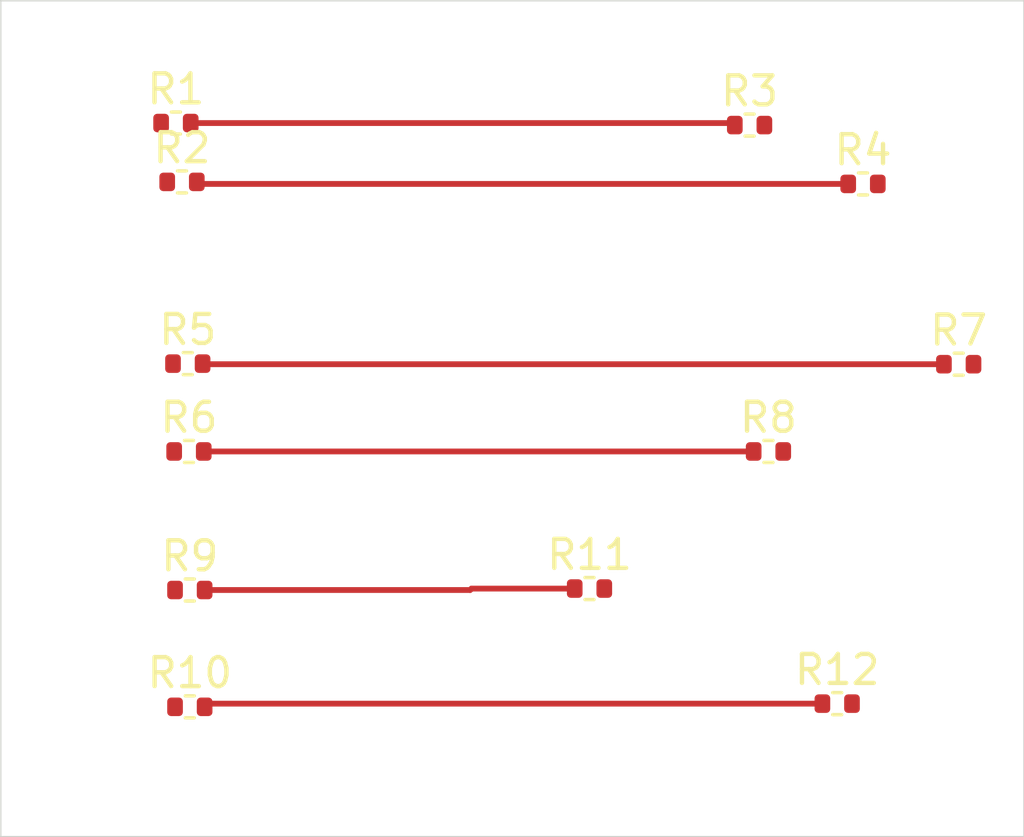
<source format=kicad_pcb>
(kicad_pcb (version 20240706) (generator "pcbnew") (generator_version "8.99")
  (layers (0 "F.Cu" signal) (31 "B.Cu" signal) (34 "B.Paste" user) (35 "F.Paste" user) (36 "B.SilkS" user "B.Silkscreen") (37 "F.SilkS" user "F.Silkscreen") (38 "B.Mask" user) (39 "F.Mask" user) (44 "Edge.Cuts" user))
  (net 0 "")
  (net 2 "/NET_1")
  (net 4 "/NET_2")
  (net 11 "/NET_3P")
  (net 12 "/NET_3N")
  (net 13 "/NET_4+")
  (net 16 "/NET_4-")
  (footprint "Resistor_SMD:R_0402_1005Metric" (layer "F.Cu") (at 98.25 78.66)
    (property "Reference" "R4" (at 0 -1.17 0) (layer "F.SilkS"))
    (property "Value" "R")
    (fp_line (start -0.153641 -0.38) (end 0.153641 -0.38) (stroke (width 0.12)) (layer "F.SilkS"))
    (fp_line (start -0.153641 0.38) (end 0.153641 0.38) (stroke (width 0.12)) (layer "F.SilkS"))
    (pad "1" smd roundrect (at -0.51 0) (size 0.54 0.64) (layers "F.Cu" "F.Paste" "F.Mask") (net 4 "/NET_2"))
    (pad "2" smd roundrect (at 0.51 0) (size 0.54 0.64) (layers "F.Cu" "F.Paste" "F.Mask"))
  )
  (footprint "Resistor_SMD:R_0402_1005Metric" (layer "F.Cu") (at 94.99 87.89)
    (property "Reference" "R8" (at 0 -1.17 0) (layer "F.SilkS"))
    (property "Value" "R")
    (fp_line (start -0.153641 -0.38) (end 0.153641 -0.38) (stroke (width 0.12)) (layer "F.SilkS"))
    (fp_line (start -0.153641 0.38) (end 0.153641 0.38) (stroke (width 0.12)) (layer "F.SilkS"))
    (pad "1" smd roundrect (at -0.51 0) (size 0.54 0.64) (layers "F.Cu" "F.Paste" "F.Mask") (net 12 "/NET_3N"))
    (pad "2" smd roundrect (at 0.51 0) (size 0.54 0.64) (layers "F.Cu" "F.Paste" "F.Mask"))
  )
  (footprint "Resistor_SMD:R_0402_1005Metric" (layer "F.Cu") (at 74.97 84.86)
    (property "Reference" "R5" (at 0 -1.17 0) (layer "F.SilkS"))
    (property "Value" "R")
    (fp_line (start -0.153641 -0.38) (end 0.153641 -0.38) (stroke (width 0.12)) (layer "F.SilkS"))
    (fp_line (start -0.153641 0.38) (end 0.153641 0.38) (stroke (width 0.12)) (layer "F.SilkS"))
    (pad "1" smd roundrect (at -0.51 0) (size 0.54 0.64) (layers "F.Cu" "F.Paste" "F.Mask"))
    (pad "2" smd roundrect (at 0.51 0) (size 0.54 0.64) (layers "F.Cu" "F.Paste" "F.Mask") (net 11 "/NET_3P"))
  )
  (footprint "Resistor_SMD:R_0402_1005Metric" (layer "F.Cu") (at 74.77 78.59)
    (property "Reference" "R2" (at 0 -1.17 0) (layer "F.SilkS"))
    (property "Value" "R")
    (fp_line (start -0.153641 -0.38) (end 0.153641 -0.38) (stroke (width 0.12)) (layer "F.SilkS"))
    (fp_line (start -0.153641 0.38) (end 0.153641 0.38) (stroke (width 0.12)) (layer "F.SilkS"))
    (pad "1" smd roundrect (at -0.51 0) (size 0.54 0.64) (layers "F.Cu" "F.Paste" "F.Mask"))
    (pad "2" smd roundrect (at 0.51 0) (size 0.54 0.64) (layers "F.Cu" "F.Paste" "F.Mask") (net 4 "/NET_2"))
  )
  (footprint "Resistor_SMD:R_0402_1005Metric" (layer "F.Cu") (at 101.55 84.88)
    (property "Reference" "R7" (at 0 -1.17 0) (layer "F.SilkS"))
    (property "Value" "R")
    (fp_line (start -0.153641 -0.38) (end 0.153641 -0.38) (stroke (width 0.12)) (layer "F.SilkS"))
    (fp_line (start -0.153641 0.38) (end 0.153641 0.38) (stroke (width 0.12)) (layer "F.SilkS"))
    (pad "1" smd roundrect (at -0.51 0) (size 0.54 0.64) (layers "F.Cu" "F.Paste" "F.Mask") (net 11 "/NET_3P"))
    (pad "2" smd roundrect (at 0.51 0) (size 0.54 0.64) (layers "F.Cu" "F.Paste" "F.Mask"))
  )
  (footprint "Resistor_SMD:R_0402_1005Metric" (layer "F.Cu") (at 94.34 76.63)
    (property "Reference" "R3" (at 0 -1.17 0) (layer "F.SilkS"))
    (property "Value" "R")
    (fp_line (start -0.153641 -0.38) (end 0.153641 -0.38) (stroke (width 0.12)) (layer "F.SilkS"))
    (fp_line (start -0.153641 0.38) (end 0.153641 0.38) (stroke (width 0.12)) (layer "F.SilkS"))
    (pad "1" smd roundrect (at -0.51 0) (size 0.54 0.64) (layers "F.Cu" "F.Paste" "F.Mask") (net 2 "/NET_1"))
    (pad "2" smd roundrect (at 0.51 0) (size 0.54 0.64) (layers "F.Cu" "F.Paste" "F.Mask"))
  )
  (footprint "Resistor_SMD:R_0402_1005Metric" (layer "F.Cu") (at 75.04 96.7)
    (property "Reference" "R10" (at 0 -1.17 0) (layer "F.SilkS"))
    (property "Value" "R")
    (fp_line (start -0.153641 -0.38) (end 0.153641 -0.38) (stroke (width 0.12)) (layer "F.SilkS"))
    (fp_line (start -0.153641 0.38) (end 0.153641 0.38) (stroke (width 0.12)) (layer "F.SilkS"))
    (pad "1" smd roundrect (at -0.51 0) (size 0.54 0.64) (layers "F.Cu" "F.Paste" "F.Mask"))
    (pad "2" smd roundrect (at 0.51 0) (size 0.54 0.64) (layers "F.Cu" "F.Paste" "F.Mask") (net 16 "/NET_4-"))
  )
  (footprint "Resistor_SMD:R_0402_1005Metric" (layer "F.Cu") (at 75.01 87.89)
    (property "Reference" "R6" (at 0 -1.17 0) (layer "F.SilkS"))
    (property "Value" "R")
    (fp_line (start -0.153641 -0.38) (end 0.153641 -0.38) (stroke (width 0.12)) (layer "F.SilkS"))
    (fp_line (start -0.153641 0.38) (end 0.153641 0.38) (stroke (width 0.12)) (layer "F.SilkS"))
    (pad "1" smd roundrect (at -0.51 0) (size 0.54 0.64) (layers "F.Cu" "F.Paste" "F.Mask"))
    (pad "2" smd roundrect (at 0.51 0) (size 0.54 0.64) (layers "F.Cu" "F.Paste" "F.Mask") (net 12 "/NET_3N"))
  )
  (footprint "Resistor_SMD:R_0402_1005Metric" (layer "F.Cu") (at 88.82 92.62)
    (property "Reference" "R11" (at 0 -1.17 0) (layer "F.SilkS"))
    (property "Value" "R")
    (fp_line (start -0.153641 -0.38) (end 0.153641 -0.38) (stroke (width 0.12)) (layer "F.SilkS"))
    (fp_line (start -0.153641 0.38) (end 0.153641 0.38) (stroke (width 0.12)) (layer "F.SilkS"))
    (pad "1" smd roundrect (at -0.51 0) (size 0.54 0.64) (layers "F.Cu" "F.Paste" "F.Mask") (net 13 "/NET_4+"))
    (pad "2" smd roundrect (at 0.51 0) (size 0.54 0.64) (layers "F.Cu" "F.Paste" "F.Mask"))
  )
  (footprint "Resistor_SMD:R_0402_1005Metric" (layer "F.Cu") (at 74.56 76.56)
    (property "Reference" "R1" (at 0 -1.17 0) (layer "F.SilkS"))
    (property "Value" "R")
    (fp_line (start -0.153641 -0.38) (end 0.153641 -0.38) (stroke (width 0.12)) (layer "F.SilkS"))
    (fp_line (start -0.153641 0.38) (end 0.153641 0.38) (stroke (width 0.12)) (layer "F.SilkS"))
    (pad "1" smd roundrect (at -0.51 0) (size 0.54 0.64) (layers "F.Cu" "F.Paste" "F.Mask"))
    (pad "2" smd roundrect (at 0.51 0) (size 0.54 0.64) (layers "F.Cu" "F.Paste" "F.Mask") (net 2 "/NET_1"))
  )
  (footprint "Resistor_SMD:R_0402_1005Metric" (layer "F.Cu") (at 97.36 96.59)
    (property "Reference" "R12" (at 0 -1.17 0) (layer "F.SilkS"))
    (property "Value" "R")
    (fp_line (start -0.153641 -0.38) (end 0.153641 -0.38) (stroke (width 0.12)) (layer "F.SilkS"))
    (fp_line (start -0.153641 0.38) (end 0.153641 0.38) (stroke (width 0.12)) (layer "F.SilkS"))
    (pad "1" smd roundrect (at -0.51 0) (size 0.54 0.64) (layers "F.Cu" "F.Paste" "F.Mask") (net 16 "/NET_4-"))
    (pad "2" smd roundrect (at 0.51 0) (size 0.54 0.64) (layers "F.Cu" "F.Paste" "F.Mask"))
  )
  (footprint "Resistor_SMD:R_0402_1005Metric" (layer "F.Cu") (at 75.04 92.67)
    (property "Reference" "R9" (at 0 -1.17 0) (layer "F.SilkS"))
    (property "Value" "R")
    (fp_line (start -0.153641 -0.38) (end 0.153641 -0.38) (stroke (width 0.12)) (layer "F.SilkS"))
    (fp_line (start -0.153641 0.38) (end 0.153641 0.38) (stroke (width 0.12)) (layer "F.SilkS"))
    (pad "1" smd roundrect (at -0.51 0) (size 0.54 0.64) (layers "F.Cu" "F.Paste" "F.Mask"))
    (pad "2" smd roundrect (at 0.51 0) (size 0.54 0.64) (layers "F.Cu" "F.Paste" "F.Mask") (net 13 "/NET_4+"))
  )
  (gr_rect (start 68.52 72.34) (end 103.8 101.18) (stroke (width 0.05)) (fill none) (layer "Edge.Cuts"))
  (segment (start 75.07 76.56) (end 93.76 76.56) (width 0.2) (layer "F.Cu") (net 2))
  (segment (start 93.76 76.56) (end 93.83 76.63) (width 0.2) (layer "F.Cu") (net 2))
  (segment (start 75.28 78.59) (end 75.35 78.66) (width 0.2) (layer "F.Cu") (net 4))
  (segment (start 75.35 78.66) (end 97.74 78.66) (width 0.2) (layer "F.Cu") (net 4))
  (segment (start 75.5 84.88) (end 75.48 84.86) (width 0.2) (layer "F.Cu") (net 11))
  (segment (start 101.04 84.88) (end 75.5 84.88) (width 0.2) (layer "F.Cu") (net 11))
  (segment (start 75.52 84.9) (end 75.48 84.86) (width 0.2) (layer "F.Cu") (net 11))
  (segment (start 75.52 87.89) (end 94.48 87.89) (width 0.2) (layer "F.Cu") (net 12))
  (segment (start 88.28 92.65) (end 88.31 92.62) (width 0.2) (layer "F.Cu") (net 13))
  (segment (start 84.754141 92.62) (end 88.31 92.62) (width 0.2) (layer "F.Cu") (net 13))
  (segment (start 84.704141 92.67) (end 84.754141 92.62) (width 0.2) (layer "F.Cu") (net 13))
  (segment (start 75.55 92.67) (end 84.704141 92.67) (width 0.2) (layer "F.Cu") (net 13))
  (segment (start 75.55 92.67) (end 75.6 92.62) (width 0.2) (layer "F.Cu") (net 13))
  (segment (start 75.66 96.59) (end 75.55 96.7) (width 0.2) (layer "F.Cu") (net 16))
  (segment (start 96.85 96.59) (end 75.66 96.59) (width 0.2) (layer "F.Cu") (net 16))
)
</source>
